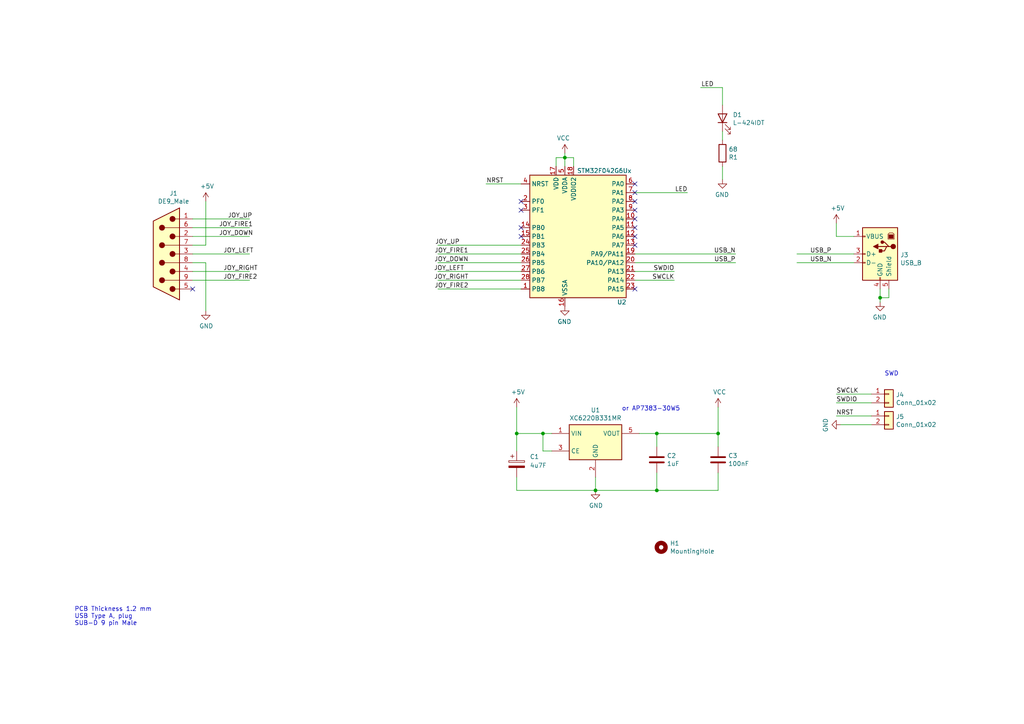
<source format=kicad_sch>
(kicad_sch (version 20211123) (generator eeschema)
  (paper "A4")
  (title_block (title "JoyAdapter") (company "Encelaudus"))
  (lib_symbols
    (symbol "Connector:DB9_Male" (pin_names (offset 1.016) hide)
      (property "Reference" "J" (at 0 13.97 0))
      (property "Value" "DB9_Male" (at 0 -14.605 0))
      (symbol "DB9_Male_0_1"
        (circle (center -1.778 -10.16) (radius 0.762) (fill (type outline)))
        (circle (center -1.778 -5.08) (radius 0.762) (fill (type outline)))
        (circle (center -1.778 0) (radius 0.762) (fill (type outline)))
        (circle (center -1.778 5.08) (radius 0.762) (fill (type outline)))
        (circle (center -1.778 10.16) (radius 0.762) (fill (type outline)))
        (polyline (pts (xy -3.81 -10.16) (xy -2.54 -10.16)))
        (polyline (pts (xy -3.81 -7.62) (xy 0.508 -7.62)))
        (polyline (pts (xy -3.81 -5.08) (xy -2.54 -5.08)))
        (polyline (pts (xy -3.81 -2.54) (xy 0.508 -2.54)))
        (polyline (pts (xy -3.81 0) (xy -2.54 0)))
        (polyline (pts (xy -3.81 2.54) (xy 0.508 2.54)))
        (polyline (pts (xy -3.81 5.08) (xy -2.54 5.08)))
        (polyline (pts (xy -3.81 7.62) (xy 0.508 7.62)))
        (polyline (pts (xy -3.81 10.16) (xy -2.54 10.16)))
        (polyline (pts (xy -3.81 -13.335) (xy -3.81 13.335) (xy 3.81 9.525) (xy 3.81 -9.525) (xy -3.81 -13.335)) (stroke (width 0.254)) (fill (type background)))
        (circle (center 1.27 -7.62) (radius 0.762) (fill (type outline)))
        (circle (center 1.27 -2.54) (radius 0.762) (fill (type outline)))
        (circle (center 1.27 2.54) (radius 0.762) (fill (type outline)))
        (circle (center 1.27 7.62) (radius 0.762) (fill (type outline)))
      )
      (symbol "DB9_Male_1_1"
        (pin passive line (at -7.62 -10.16 0) (length 3.81) (name "1") (number "1"))
        (pin passive line (at -7.62 -5.08 0) (length 3.81) (name "2") (number "2"))
        (pin passive line (at -7.62 0 0) (length 3.81) (name "3") (number "3"))
        (pin passive line (at -7.62 5.08 0) (length 3.81) (name "4") (number "4"))
        (pin passive line (at -7.62 10.16 0) (length 3.81) (name "5") (number "5"))
        (pin passive line (at -7.62 -7.62 0) (length 3.81) (name "6") (number "6"))
        (pin passive line (at -7.62 -2.54 0) (length 3.81) (name "7") (number "7"))
        (pin passive line (at -7.62 2.54 0) (length 3.81) (name "8") (number "8"))
        (pin passive line (at -7.62 7.62 0) (length 3.81) (name "9") (number "9"))
      )
    )
    (symbol "Connector:USB_B" (pin_names (offset 1.016))
      (property "Reference" "J" (at -5.08 11.43 0))
      (property "Value" "USB_B" (at -5.08 8.89 0))
      (symbol "USB_B_0_1"
        (rectangle (start -5.08 -7.62) (end 5.08 7.62) (stroke (width 0.254)) (fill (type background)))
        (circle (center -3.81 2.159) (radius 0.635) (stroke (width 0.254)) (fill (type outline)))
        (rectangle (start -3.81 5.588) (end -2.54 4.572) (fill (type outline)))
        (circle (center -0.635 3.429) (radius 0.381) (stroke (width 0.254)) (fill (type outline)))
        (rectangle (start -0.127 -7.62) (end 0.127 -6.858))
        (polyline (pts (xy -1.905 2.159) (xy 0.635 2.159)) (stroke (width 0.254)))
        (polyline (pts (xy -3.175 2.159) (xy -2.54 2.159) (xy -1.27 3.429) (xy -0.635 3.429)) (stroke (width 0.254)))
        (polyline (pts (xy -2.54 2.159) (xy -1.905 2.159) (xy -1.27 0.889) (xy 0 0.889)) (stroke (width 0.254)))
        (polyline (pts (xy 0.635 2.794) (xy 0.635 1.524) (xy 1.905 2.159) (xy 0.635 2.794)) (stroke (width 0.254)) (fill (type outline)))
        (polyline (pts (xy -4.064 4.318) (xy -2.286 4.318) (xy -2.286 5.715) (xy -2.667 6.096) (xy -3.683 6.096) (xy -4.064 5.715) (xy -4.064 4.318)))
        (rectangle (start 0.254 1.27) (end -0.508 0.508) (stroke (width 0.254)) (fill (type outline)))
        (rectangle (start 5.08 -2.667) (end 4.318 -2.413))
        (rectangle (start 5.08 -0.127) (end 4.318 0.127))
        (rectangle (start 5.08 4.953) (end 4.318 5.207))
      )
      (symbol "USB_B_1_1"
        (pin power_out line (at 7.62 5.08 180) (length 2.54) (name "VBUS") (number "1"))
        (pin bidirectional line (at 7.62 -2.54 180) (length 2.54) (name "D-") (number "2"))
        (pin bidirectional line (at 7.62 0 180) (length 2.54) (name "D+") (number "3"))
        (pin power_out line (at 0 -10.16 90) (length 2.54) (name "GND") (number "4"))
        (pin passive line (at -2.54 -10.16 90) (length 2.54) (name "Shield") (number "5"))
      )
    )
    (symbol "Connector_Generic:Conn_01x02" (pin_names (offset 1.016) hide)
      (property "Reference" "J" (at 0 2.54 0))
      (property "Value" "Conn_01x02" (at 0 -5.08 0))
      (symbol "Conn_01x02_1_1"
        (rectangle (start -1.27 -2.413) (end 0 -2.667) (stroke (width 0.1524)))
        (rectangle (start -1.27 0.127) (end 0 -0.127) (stroke (width 0.1524)))
        (rectangle (start -1.27 1.27) (end 1.27 -3.81) (stroke (width 0.254)) (fill (type background)))
        (pin passive line (at -5.08 0 0) (length 3.81) (name "Pin_1") (number "1"))
        (pin passive line (at -5.08 -2.54 0) (length 3.81) (name "Pin_2") (number "2"))
      )
    )
    (symbol "Device:C" (pin_numbers hide) (pin_names (offset 0.254))
      (property "Reference" "C" (at 0.635 2.54 0))
      (property "Value" "C" (at 0.635 -2.54 0))
      (symbol "C_0_1"
        (polyline (pts (xy -2.032 -0.762) (xy 2.032 -0.762)) (stroke (width 0.508)))
        (polyline (pts (xy -2.032 0.762) (xy 2.032 0.762)) (stroke (width 0.508)))
      )
      (symbol "C_1_1"
        (pin passive line (at 0 3.81 270) (length 2.794) (name "~") (number "1"))
        (pin passive line (at 0 -3.81 90) (length 2.794) (name "~") (number "2"))
      )
    )
    (symbol "Device:C_Polarized" (pin_numbers hide) (pin_names (offset 0.254))
      (property "Reference" "C" (at 0.635 2.54 0))
      (property "Value" "C_Polarized" (at 0.635 -2.54 0))
      (symbol "C_Polarized_0_1"
        (rectangle (start -2.286 0.508) (end 2.286 1.016))
        (polyline (pts (xy -1.778 2.286) (xy -0.762 2.286)))
        (polyline (pts (xy -1.27 2.794) (xy -1.27 1.778)))
        (rectangle (start 2.286 -0.508) (end -2.286 -1.016) (fill (type outline)))
      )
      (symbol "C_Polarized_1_1"
        (pin passive line (at 0 3.81 270) (length 2.794) (name "~") (number "1"))
        (pin passive line (at 0 -3.81 90) (length 2.794) (name "~") (number "2"))
      )
    )
    (symbol "Device:LED" (pin_numbers hide) (pin_names (offset 1.016) hide)
      (property "Reference" "D" (at 0 2.54 0))
      (property "Value" "LED" (at 0 -2.54 0))
      (symbol "LED_0_1"
        (polyline (pts (xy -1.27 -1.27) (xy -1.27 1.27)) (stroke (width 0.254)))
        (polyline (pts (xy -1.27 0) (xy 1.27 0)))
        (polyline (pts (xy 1.27 -1.27) (xy 1.27 1.27) (xy -1.27 0) (xy 1.27 -1.27)) (stroke (width 0.254)))
        (polyline (pts (xy -3.048 -0.762) (xy -4.572 -2.286) (xy -3.81 -2.286) (xy -4.572 -2.286) (xy -4.572 -1.524)))
        (polyline (pts (xy -1.778 -0.762) (xy -3.302 -2.286) (xy -2.54 -2.286) (xy -3.302 -2.286) (xy -3.302 -1.524)))
      )
      (symbol "LED_1_1"
        (pin passive line (at -3.81 0 0) (length 2.54) (name "K") (number "1"))
        (pin passive line (at 3.81 0 180) (length 2.54) (name "A") (number "2"))
      )
    )
    (symbol "Device:R" (pin_numbers hide) (pin_names (offset 0))
      (property "Reference" "R" (at 2.032 0 90))
      (property "Value" "R" (at 0 0 90))
      (symbol "R_0_1"
        (rectangle (start -1.016 -2.54) (end 1.016 2.54) (stroke (width 0.254)))
      )
      (symbol "R_1_1"
        (pin passive line (at 0 3.81 270) (length 1.27) (name "~") (number "1"))
        (pin passive line (at 0 -3.81 90) (length 1.27) (name "~") (number "2"))
      )
    )
    (symbol "MCU_ST_STM32F0:STM32F042G6Ux"
      (property "Reference" "U" (at -15.24 19.05 0))
      (property "Value" "STM32F042G6Ux" (at 0 19.05 0))
      (symbol "STM32F042G6Ux_0_1"
        (rectangle (start -15.24 -17.78) (end 12.7 17.78) (stroke (width 0.254)) (fill (type background)))
      )
      (symbol "STM32F042G6Ux_1_1"
        (pin bidirectional line (at -17.78 -15.24 0) (length 2.54) (name "PB8") (number "1"))
        (pin bidirectional line (at 15.24 5.08 180) (length 2.54) (name "PA4") (number "10"))
        (pin bidirectional line (at 15.24 2.54 180) (length 2.54) (name "PA5") (number "11"))
        (pin bidirectional line (at 15.24 0 180) (length 2.54) (name "PA6") (number "12"))
        (pin bidirectional line (at 15.24 -2.54 180) (length 2.54) (name "PA7") (number "13"))
        (pin bidirectional line (at -17.78 2.54 0) (length 2.54) (name "PB0") (number "14"))
        (pin bidirectional line (at -17.78 0 0) (length 2.54) (name "PB1") (number "15"))
        (pin power_in line (at -5.08 -20.32 90) (length 2.54) (name "VSSA") (number "16"))
        (pin power_in line (at -7.62 20.32 270) (length 2.54) (name "VDD") (number "17"))
        (pin power_in line (at -2.54 20.32 270) (length 2.54) (name "VDDIO2") (number "18"))
        (pin bidirectional line (at 15.24 -5.08 180) (length 2.54) (name "PA9/PA11") (number "19"))
        (pin input line (at -17.78 10.16 0) (length 2.54) (name "PF0") (number "2"))
        (pin bidirectional line (at 15.24 -7.62 180) (length 2.54) (name "PA10/PA12") (number "20"))
        (pin bidirectional line (at 15.24 -10.16 180) (length 2.54) (name "PA13") (number "21"))
        (pin bidirectional line (at 15.24 -12.7 180) (length 2.54) (name "PA14") (number "22"))
        (pin bidirectional line (at 15.24 -15.24 180) (length 2.54) (name "PA15") (number "23"))
        (pin bidirectional line (at -17.78 -2.54 0) (length 2.54) (name "PB3") (number "24"))
        (pin bidirectional line (at -17.78 -5.08 0) (length 2.54) (name "PB4") (number "25"))
        (pin bidirectional line (at -17.78 -7.62 0) (length 2.54) (name "PB5") (number "26"))
        (pin bidirectional line (at -17.78 -10.16 0) (length 2.54) (name "PB6") (number "27"))
        (pin bidirectional line (at -17.78 -12.7 0) (length 2.54) (name "PB7") (number "28"))
        (pin input line (at -17.78 7.62 0) (length 2.54) (name "PF1") (number "3"))
        (pin input line (at -17.78 15.24 0) (length 2.54) (name "NRST") (number "4"))
        (pin power_in line (at -5.08 20.32 270) (length 2.54) (name "VDDA") (number "5"))
        (pin bidirectional line (at 15.24 15.24 180) (length 2.54) (name "PA0") (number "6"))
        (pin bidirectional line (at 15.24 12.7 180) (length 2.54) (name "PA1") (number "7"))
        (pin bidirectional line (at 15.24 10.16 180) (length 2.54) (name "PA2") (number "8"))
        (pin bidirectional line (at 15.24 7.62 180) (length 2.54) (name "PA3") (number "9"))
      )
    )
    (symbol "Mechanical:MountingHole" (pin_names (offset 1.016))
      (property "Reference" "H" (at 0 5.08 0))
      (property "Value" "MountingHole" (at 0 3.175 0))
      (symbol "MountingHole_0_1"
        (circle (center 0 0) (radius 1.27) (stroke (width 1.27)))
      )
    )
    (symbol "Regulator_Linear:XC6220B331MR"
      (property "Reference" "U" (at 0 8.89 0))
      (property "Value" "XC6220B331MR" (at 0 6.35 0))
      (symbol "XC6220B331MR_0_1"
        (rectangle (start -7.62 5.08) (end 7.62 -5.08) (stroke (width 0.254)) (fill (type background)))
      )
      (symbol "XC6220B331MR_1_1"
        (pin power_in line (at -12.7 2.54 0) (length 5.08) (name "VIN") (number "1"))
        (pin power_in line (at 0 -10.16 90) (length 5.08) (name "GND") (number "2"))
        (pin input line (at -12.7 -2.54 0) (length 5.08) (name "CE") (number "3"))
        (pin no_connect line (at 12.7 -2.54 180) (length 5.08) hide (name "NC") (number "4"))
        (pin power_out line (at 12.7 2.54 180) (length 5.08) (name "VOUT") (number "5"))
      )
    )
    (symbol "power:+5V" (power) (pin_names (offset 0))
      (property "Value" "+5V" (at 0 3.556 0))
      (symbol "+5V_0_1"
        (polyline (pts (xy -0.762 1.27) (xy 0 2.54)))
        (polyline (pts (xy 0 0) (xy 0 2.54)))
        (polyline (pts (xy 0 2.54) (xy 0.762 1.27)))
      )
      (symbol "+5V_1_1"
        (pin power_in line (at 0 0 90) (length 0) hide (name "+5V") (number "1"))
      )
    )
    (symbol "power:GND" (power) (pin_names (offset 0))
      (property "Value" "GND" (at 0 -3.81 0))
      (symbol "GND_0_1"
        (polyline (pts (xy 0 0) (xy 0 -1.27) (xy 1.27 -1.27) (xy 0 -2.54) (xy -1.27 -1.27) (xy 0 -1.27)))
      )
      (symbol "GND_1_1"
        (pin power_in line (at 0 0 270) (length 0) hide (name "GND") (number "1"))
      )
    )
    (symbol "power:VCC" (power) (pin_names (offset 0))
      (property "Value" "VCC" (at 0 3.81 0))
      (symbol "VCC_0_1"
        (polyline (pts (xy -0.762 1.27) (xy 0 2.54)))
        (polyline (pts (xy 0 0) (xy 0 2.54)))
        (polyline (pts (xy 0 2.54) (xy 0.762 1.27)))
      )
      (symbol "VCC_1_1"
        (pin power_in line (at 0 0 90) (length 0) hide (name "VCC") (number "1"))
      )
    )
  )
  (junction (at 208.28 125.73))
  (junction (at 190.5 142.24))
  (junction (at 190.5 125.73))
  (junction (at 157.48 125.73))
  (junction (at 172.72 142.24))
  (junction (at 163.83 45.72))
  (junction (at 255.27 86.36))
  (junction (at 149.86 125.73))
  (no_connect (at 184.15 83.82))
  (no_connect (at 151.13 68.58))
  (no_connect (at 184.15 66.04))
  (no_connect (at 184.15 68.58))
  (no_connect (at 184.15 60.96))
  (no_connect (at 55.88 83.82))
  (no_connect (at 184.15 71.12))
  (no_connect (at 151.13 66.04))
  (no_connect (at 151.13 60.96))
  (no_connect (at 184.15 58.42))
  (no_connect (at 184.15 63.5))
  (no_connect (at 151.13 58.42))
  (no_connect (at 184.15 55.88))
  (no_connect (at 184.15 53.34))
  (wire (pts (xy 151.13 71.12) (xy 127 71.12)))
  (wire (pts (xy 151.13 81.28) (xy 127 81.28)))
  (wire (pts (xy 149.86 142.24) (xy 172.72 142.24)))
  (wire (pts (xy 185.42 125.73) (xy 190.5 125.73)))
  (wire (pts (xy 55.88 73.66) (xy 72.39 73.66)))
  (wire (pts (xy 163.83 45.72) (xy 166.37 45.72)))
  (wire (pts (xy 55.88 68.58) (xy 72.39 68.58)))
  (wire (pts (xy 172.72 138.43) (xy 172.72 142.24)))
  (wire (pts (xy 209.55 25.4) (xy 203.2 25.4)))
  (wire (pts (xy 59.69 71.12) (xy 59.69 58.42)))
  (wire (pts (xy 190.5 142.24) (xy 208.28 142.24)))
  (wire (pts (xy 161.29 48.26) (xy 161.29 45.72)))
  (wire (pts (xy 59.69 76.2) (xy 59.69 90.17)))
  (wire (pts (xy 247.65 68.58) (xy 242.57 68.58)))
  (wire (pts (xy 149.86 125.73) (xy 149.86 130.81)))
  (wire (pts (xy 242.57 116.84) (xy 252.73 116.84)))
  (wire (pts (xy 209.55 30.48) (xy 209.55 25.4)))
  (wire (pts (xy 255.27 86.36) (xy 255.27 87.63)))
  (wire (pts (xy 208.28 118.11) (xy 208.28 125.73)))
  (wire (pts (xy 190.5 137.16) (xy 190.5 142.24)))
  (wire (pts (xy 151.13 73.66) (xy 127 73.66)))
  (wire (pts (xy 247.65 76.2) (xy 231.14 76.2)))
  (wire (pts (xy 209.55 40.64) (xy 209.55 38.1)))
  (wire (pts (xy 172.72 142.24) (xy 190.5 142.24)))
  (wire (pts (xy 55.88 78.74) (xy 72.39 78.74)))
  (wire (pts (xy 151.13 78.74) (xy 127 78.74)))
  (wire (pts (xy 242.57 68.58) (xy 242.57 64.77)))
  (wire (pts (xy 190.5 125.73) (xy 208.28 125.73)))
  (wire (pts (xy 55.88 71.12) (xy 59.69 71.12)))
  (wire (pts (xy 208.28 125.73) (xy 208.28 129.54)))
  (wire (pts (xy 242.57 120.65) (xy 252.73 120.65)))
  (wire (pts (xy 163.83 44.45) (xy 163.83 45.72)))
  (wire (pts (xy 163.83 45.72) (xy 163.83 48.26)))
  (wire (pts (xy 213.36 73.66) (xy 184.15 73.66)))
  (wire (pts (xy 157.48 125.73) (xy 157.48 130.81)))
  (wire (pts (xy 151.13 83.82) (xy 127 83.82)))
  (wire (pts (xy 242.57 114.3) (xy 252.73 114.3)))
  (wire (pts (xy 255.27 83.82) (xy 255.27 86.36)))
  (wire (pts (xy 55.88 76.2) (xy 59.69 76.2)))
  (wire (pts (xy 190.5 129.54) (xy 190.5 125.73)))
  (wire (pts (xy 166.37 45.72) (xy 166.37 48.26)))
  (wire (pts (xy 195.58 81.28) (xy 184.15 81.28)))
  (wire (pts (xy 55.88 63.5) (xy 72.39 63.5)))
  (wire (pts (xy 257.81 86.36) (xy 255.27 86.36)))
  (wire (pts (xy 257.81 83.82) (xy 257.81 86.36)))
  (wire (pts (xy 151.13 76.2) (xy 127 76.2)))
  (wire (pts (xy 213.36 76.2) (xy 184.15 76.2)))
  (wire (pts (xy 160.02 125.73) (xy 157.48 125.73)))
  (wire (pts (xy 247.65 73.66) (xy 231.14 73.66)))
  (wire (pts (xy 208.28 137.16) (xy 208.28 142.24)))
  (wire (pts (xy 149.86 118.11) (xy 149.86 125.73)))
  (wire (pts (xy 243.84 123.19) (xy 252.73 123.19)))
  (wire (pts (xy 149.86 138.43) (xy 149.86 142.24)))
  (wire (pts (xy 163.83 45.72) (xy 161.29 45.72)))
  (wire (pts (xy 157.48 130.81) (xy 160.02 130.81)))
  (wire (pts (xy 157.48 125.73) (xy 149.86 125.73)))
  (wire (pts (xy 140.97 53.34) (xy 151.13 53.34)))
  (wire (pts (xy 55.88 81.28) (xy 72.39 81.28)))
  (wire (pts (xy 199.39 55.88) (xy 184.15 55.88)))
  (wire (pts (xy 55.88 66.04) (xy 72.39 66.04)))
  (wire (pts (xy 209.55 52.07) (xy 209.55 48.26)))
  (wire (pts (xy 195.58 78.74) (xy 184.15 78.74)))
  (text "or AP7383-30W5" (at 180.34 119.38 0) (effects (font (size 1.27 1.27)) (justify left bottom)))
  (text "SWD" (at 256.54 109.22 0) (effects (font (size 1.27 1.27)) (justify left bottom)))
  (text "PCB Thickness 1.2 mm\nUSB Type A, plug\nSUB-D 9 pin Male" (at 21.59 181.61 0) (effects (font (size 1.27 1.27)) (justify left bottom)))
  (label "USB_P" (at 234.95 73.66 0))
  (label "JOY_UP" (at 66.04 63.5 0))
  (label "JOY_FIRE1" (at 63.5 66.04 0))
  (label "JOY_RIGHT" (at 64.77 78.74 0))
  (label "JOY_RIGHT" (at 135.89 81.28 180))
  (label "JOY_DOWN" (at 63.5 68.58 0))
  (label "JOY_UP" (at 133.35 71.12 180))
  (label "JOY_FIRE2" (at 64.77 81.28 0))
  (label "JOY_LEFT" (at 64.77 73.66 0))
  (label "LED" (at 199.39 55.88 180))
  (label "USB_N" (at 234.95 76.2 0))
  (label "LED" (at 207.01 25.4 180))
  (label "NRST" (at 242.57 120.65 0))
  (label "SWDIO" (at 242.57 116.84 0))
  (label "JOY_LEFT" (at 134.62 78.74 180))
  (label "SWDIO" (at 195.58 78.74 180))
  (label "USB_P" (at 213.36 76.2 180))
  (label "SWCLK" (at 242.57 114.3 0))
  (label "SWCLK" (at 195.58 81.28 180))
  (label "USB_N" (at 213.36 73.66 180))
  (label "NRST" (at 146.05 53.34 180))
  (label "JOY_FIRE1" (at 135.89 73.66 180))
  (label "JOY_FIRE2" (at 135.89 83.82 180))
  (label "JOY_DOWN" (at 135.89 76.2 180))
  (symbol (lib_id "power:+5V") (at 149.86 118.11 0) (unit 1)
    (property "Reference" "#PWR01" (effects hide))
    (property "Value" "+5V" (at 150.241 113.7158 0))
  )
  (symbol (lib_id "power:GND") (at 172.72 142.24 0) (unit 1)
    (property "Reference" "#PWR02" (effects hide))
    (property "Value" "GND" (at 172.847 146.6342 0))
  )
  (symbol (lib_id "Device:C") (at 190.5 133.35 0) (unit 1)
    (property "Reference" "C2" (at 193.421 132.1816 0) (effects (justify left)))
    (property "Value" "1uF" (at 193.421 134.493 0) (effects (justify left)))
    (property "Footprint" "Capacitor_SMD:C_0805_2012Metric_Pad1.15x1.40mm_HandSolder" (effects hide))
  )
  (symbol (lib_id "power:VCC") (at 163.83 44.45 0) (mirror y) (unit 1)
    (property "Reference" "#PWR07" (effects hide))
    (property "Value" "VCC" (at 163.3982 40.0558 0))
  )
  (symbol (lib_id "power:VCC") (at 208.28 118.11 0) (unit 1)
    (property "Reference" "#PWR03" (effects hide))
    (property "Value" "VCC" (at 208.7118 113.7158 0))
  )
  (symbol (lib_id "power:GND") (at 243.84 123.19 270) (unit 1)
    (property "Reference" "#PWR010" (effects hide))
    (property "Value" "GND" (at 239.4458 123.317 0))
  )
  (symbol (lib_id "Mechanical:MountingHole") (at 191.77 158.75 0) (unit 1)
    (property "Reference" "H1" (at 194.31 157.5816 0) (effects (justify left)))
    (property "Value" "MountingHole" (at 194.31 159.893 0) (effects (justify left)))
    (property "Footprint" "MountingHole:MountingHole_2.5mm" (effects hide))
  )
  (symbol (lib_id "power:GND") (at 163.83 88.9 0) (mirror y) (unit 1)
    (property "Reference" "#PWR08" (effects hide))
    (property "Value" "GND" (at 163.703 93.2942 0))
  )
  (symbol (lib_id "Device:C") (at 208.28 133.35 0) (unit 1)
    (property "Reference" "C3" (at 211.201 132.1816 0) (effects (justify left)))
    (property "Value" "100nF" (at 211.201 134.493 0) (effects (justify left)))
    (property "Footprint" "Capacitor_SMD:C_0805_2012Metric_Pad1.15x1.40mm_HandSolder" (effects hide))
  )
  (symbol (lib_id "Connector:DB9_Male") (at 48.26 73.66 180) (unit 1)
    (property "Reference" "J1" (at 50.3428 56.0832 0))
    (property "Value" "DE9_Male" (at 50.3428 58.3946 0))
    (property "Footprint" "Parts:DSUB-9_Male_EdgeMount_P2.77mm" (effects hide))
    (property "Datasheet" " ~" (effects hide))
  )
  (symbol (lib_id "power:+5V") (at 59.69 58.42 0) (unit 1)
    (property "Reference" "#PWR04" (effects hide))
    (property "Value" "+5V" (at 60.071 54.0258 0))
  )
  (symbol (lib_id "power:GND") (at 59.69 90.17 0) (unit 1)
    (property "Reference" "#PWR05" (effects hide))
    (property "Value" "GND" (at 59.817 94.5642 0))
  )
  (symbol (lib_id "Device:R") (at 209.55 44.45 0) (mirror x) (unit 1)
    (property "Reference" "R1" (at 211.328 45.6184 0) (effects (justify left)))
    (property "Value" "68" (at 211.328 43.307 0) (effects (justify left)))
    (property "Footprint" "Resistor_SMD:R_0805_2012Metric_Pad1.15x1.40mm_HandSolder" (effects hide))
  )
  (symbol (lib_id "Device:LED") (at 209.55 34.29 90) (unit 1)
    (property "Reference" "D1" (at 212.5218 33.2994 90) (effects (justify right)))
    (property "Value" "L-424IDT" (at 212.5218 35.6108 90) (effects (justify right)))
    (property "Footprint" "LED_THT:LED_D3.0mm_FlatTop" (effects hide))
  )
  (symbol (lib_id "Connector:USB_B") (at 255.27 73.66 0) (mirror y) (unit 1)
    (property "Reference" "J3" (at 261.112 73.9394 0) (effects (justify right)))
    (property "Value" "USB_B" (at 261.112 76.2508 0) (effects (justify right)))
    (property "Footprint" "Parts:USB_A_Lumberg_2410-08" (effects hide))
    (property "Datasheet" " ~" (effects hide))
  )
  (symbol (lib_id "power:GND") (at 255.27 87.63 0) (mirror y) (unit 1)
    (property "Reference" "#PWR09" (effects hide))
    (property "Value" "GND" (at 255.143 92.0242 0))
  )
  (symbol (lib_id "power:+5V") (at 242.57 64.77 0) (unit 1)
    (property "Reference" "#PWR0101" (effects hide))
    (property "Value" "+5V" (at 242.951 60.3758 0))
  )
  (symbol (lib_id "MCU_ST_STM32F0:STM32F042G6Ux") (at 168.91 68.58 0) (unit 1)
    (property "Reference" "U2" (at 180.34 87.63 0))
    (property "Value" "STM32F042G6Ux" (at 175.26 49.53 0))
    (property "Footprint" "Package_DFN_QFN:QFN-28_4x4mm_P0.5mm" (effects hide))
    (property "Datasheet" "http://www.st.com/st-web-ui/static/active/en/resource/technical/document/datasheet/DM00105814.pdf" (effects hide))
  )
  (symbol (lib_id "Regulator_Linear:XC6220B331MR") (at 172.72 128.27 0) (unit 1)
    (property "Reference" "U1" (at 172.72 118.9482 0))
    (property "Value" "XC6220B331MR" (at 172.72 121.2596 0))
    (property "Footprint" "Package_TO_SOT_SMD:SOT-23-5" (effects hide))
    (property "Datasheet" "https://www.torexsemi.com/file/xc6220/XC6220.pdf" (effects hide))
  )
  (symbol (lib_id "power:GND") (at 209.55 52.07 0) (mirror y) (unit 1)
    (property "Reference" "#PWR0102" (effects hide))
    (property "Value" "GND" (at 209.423 56.4642 0))
  )
  (symbol (lib_id "Connector_Generic:Conn_01x02") (at 257.81 120.65 0) (unit 1)
    (property "Reference" "J5" (at 259.842 120.8532 0) (effects (justify left)))
    (property "Value" "Conn_01x02" (at 259.842 123.1646 0) (effects (justify left)))
    (property "Footprint" "Connector_PinHeader_1.27mm:PinHeader_1x02_P1.27mm_Vertical" (effects hide))
  )
  (symbol (lib_id "Connector_Generic:Conn_01x02") (at 257.81 114.3 0) (unit 1)
    (property "Reference" "J4" (at 259.842 114.5032 0) (effects (justify left)))
    (property "Value" "Conn_01x02" (at 259.842 116.8146 0) (effects (justify left)))
    (property "Footprint" "Connector_PinHeader_1.27mm:PinHeader_1x02_P1.27mm_Vertical" (effects hide))
  )
  (symbol (lib_id "Device:C_Polarized") (at 149.86 134.62 0) (unit 1)
    (property "Reference" "C1" (at 153.67 132.4609 0) (effects (justify left)))
    (property "Value" "4u7F" (at 153.67 135.0009 0) (effects (justify left)))
  )
)
</source>
